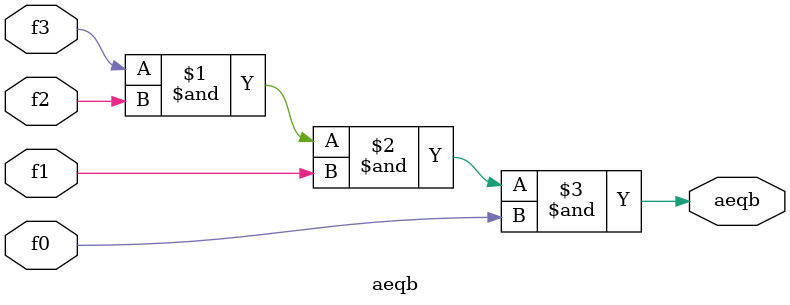
<source format=v>
module aeqb (   
    input   f3,
    input   f2,
    input   f1,
    input   f0,
    output  aeqb);

assign aeqb = (f3 & f2 & f1 & f0);

endmodule
</source>
